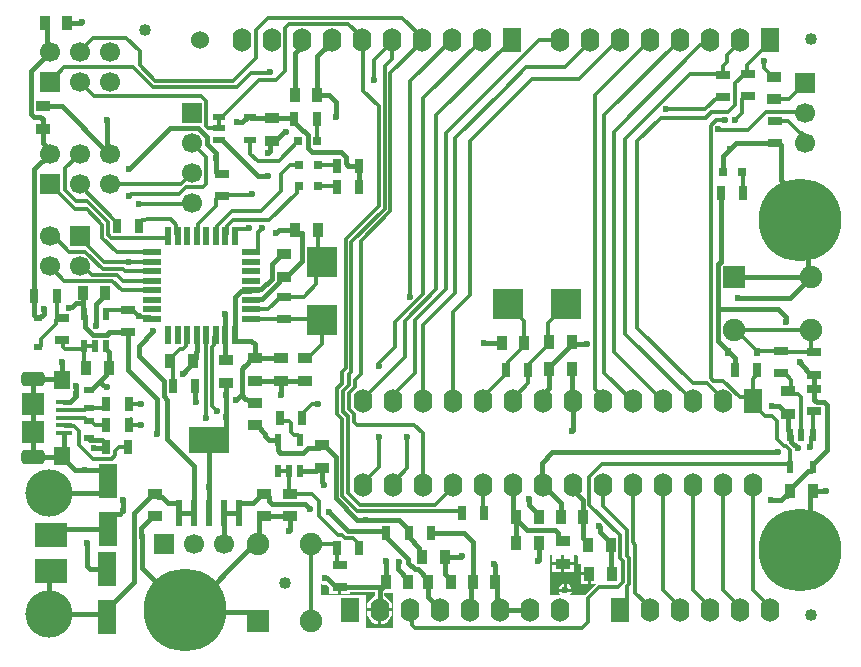
<source format=gtl>
G04*
G04 #@! TF.GenerationSoftware,Altium Limited,Altium Designer,20.0.13 (296)*
G04*
G04 Layer_Physical_Order=1*
G04 Layer_Color=255*
%FSLAX44Y44*%
%MOMM*%
G71*
G01*
G75*
%ADD13R,1.6000X3.0000*%
%ADD14R,1.1000X0.6000*%
%ADD15R,0.6000X1.1000*%
%ADD16R,2.6000X2.5000*%
%ADD17R,2.5000X2.6000*%
%ADD18R,1.3500X0.4000*%
%ADD19R,1.4000X1.6000*%
%ADD20R,1.9000X1.9000*%
%ADD21R,2.7000X2.0000*%
%ADD22R,0.5500X1.5000*%
%ADD23R,1.5000X0.5500*%
%ADD24R,0.5588X0.6858*%
%ADD25R,0.6858X0.5588*%
%ADD26R,0.8000X0.8000*%
%ADD27R,1.3000X0.7000*%
%ADD28R,0.7000X1.3000*%
%ADD29R,0.9000X0.6000*%
%ADD30R,1.3000X0.9000*%
%ADD31R,0.9000X1.3000*%
%ADD32R,3.5000X2.2000*%
%ADD33R,0.6000X2.2000*%
%ADD62C,1.9000*%
%ADD63R,1.9000X1.9000*%
%ADD67C,1.0160*%
%ADD68C,0.3000*%
%ADD69C,0.4000*%
%ADD70C,1.5240*%
%ADD71C,7.0000*%
%ADD72R,1.6000X2.0000*%
%ADD73O,1.6000X2.0000*%
%ADD74C,4.0000*%
G04:AMPARAMS|DCode=75|XSize=2mm|YSize=1.2mm|CornerRadius=0.3mm|HoleSize=0mm|Usage=FLASHONLY|Rotation=0.000|XOffset=0mm|YOffset=0mm|HoleType=Round|Shape=RoundedRectangle|*
%AMROUNDEDRECTD75*
21,1,2.0000,0.6000,0,0,0.0*
21,1,1.4000,1.2000,0,0,0.0*
1,1,0.6000,0.7000,-0.3000*
1,1,0.6000,-0.7000,-0.3000*
1,1,0.6000,-0.7000,0.3000*
1,1,0.6000,0.7000,0.3000*
%
%ADD75ROUNDEDRECTD75*%
%ADD76C,1.7000*%
%ADD77R,1.7000X1.7000*%
%ADD78R,1.7000X1.7000*%
%ADD79C,0.6000*%
G36*
X255006Y48006D02*
X256838Y46781D01*
X259000Y46351D01*
X260152Y46581D01*
X261960Y44772D01*
Y38460D01*
X269730D01*
Y44500D01*
X272270D01*
Y38460D01*
X280040D01*
Y40422D01*
X300722D01*
Y37119D01*
X299485Y36607D01*
X297283Y34917D01*
X295593Y32715D01*
X294531Y30152D01*
X294169Y27400D01*
Y26670D01*
X304800D01*
X315431D01*
Y27400D01*
X315069Y30152D01*
X314007Y32715D01*
X312317Y34917D01*
X310116Y36607D01*
X308878Y37119D01*
Y39960D01*
X316000D01*
Y10000D01*
X293000D01*
Y38000D01*
X255000D01*
Y48015D01*
X255006Y48006D01*
D02*
G37*
G36*
X473000Y71000D02*
Y64000D01*
X475460D01*
Y57270D01*
X482500D01*
Y56000D01*
X483770D01*
Y46960D01*
X487913D01*
X478953Y38000D01*
X465985D01*
X465994Y38006D01*
X467219Y39838D01*
X467396Y40730D01*
X456604D01*
X456781Y39838D01*
X458006Y38006D01*
X458015Y38000D01*
X449000D01*
Y72000D01*
X472000D01*
X473000Y71000D01*
D02*
G37*
%LPC*%
G36*
X315431Y24130D02*
X306070D01*
Y12936D01*
X307551Y13131D01*
X310116Y14193D01*
X312317Y15883D01*
X314007Y18084D01*
X315069Y20649D01*
X315431Y23400D01*
Y24130D01*
D02*
G37*
G36*
X303530D02*
X294169D01*
Y23400D01*
X294531Y20649D01*
X295593Y18084D01*
X297283Y15883D01*
X299485Y14193D01*
X302048Y13131D01*
X303530Y12936D01*
Y24130D01*
D02*
G37*
G36*
X469040Y71540D02*
X461270D01*
Y65770D01*
X469040D01*
Y71540D01*
D02*
G37*
G36*
X458730D02*
X450960D01*
Y65770D01*
X458730D01*
Y71540D01*
D02*
G37*
G36*
X469040Y63230D02*
X461270D01*
Y57460D01*
X469040D01*
Y63230D01*
D02*
G37*
G36*
X458730D02*
X450960D01*
Y57460D01*
X458730D01*
Y63230D01*
D02*
G37*
G36*
X481230Y54730D02*
X475460D01*
Y46960D01*
X481230D01*
Y54730D01*
D02*
G37*
G36*
X463270Y47396D02*
Y43270D01*
X467396D01*
X467219Y44162D01*
X465994Y45994D01*
X464162Y47218D01*
X463270Y47396D01*
D02*
G37*
G36*
X460730D02*
X459838Y47218D01*
X458006Y45994D01*
X456781Y44162D01*
X456604Y43270D01*
X460730D01*
Y47396D01*
D02*
G37*
%LPD*%
D13*
X74000Y60000D02*
D03*
Y19000D02*
D03*
X75000Y134500D02*
D03*
Y93500D02*
D03*
D14*
X168500Y442500D02*
D03*
Y433000D02*
D03*
Y423500D02*
D03*
X195500Y442500D02*
D03*
Y423500D02*
D03*
D15*
X671500Y173500D02*
D03*
X662000D02*
D03*
X652500D02*
D03*
X671500Y146500D02*
D03*
X652500D02*
D03*
X218500Y142500D02*
D03*
X228000D02*
D03*
X237500D02*
D03*
X218500Y169500D02*
D03*
X237500D02*
D03*
X54500Y248500D02*
D03*
X64000D02*
D03*
X73500D02*
D03*
X54500Y275500D02*
D03*
X73500D02*
D03*
D16*
X256000Y319500D02*
D03*
Y270500D02*
D03*
D17*
X413500Y284000D02*
D03*
X462500D02*
D03*
D18*
X38000Y201000D02*
D03*
Y194500D02*
D03*
Y188000D02*
D03*
Y181500D02*
D03*
Y175000D02*
D03*
D19*
X35750Y220000D02*
D03*
Y156000D02*
D03*
D20*
X11250Y200000D02*
D03*
Y176000D02*
D03*
X202000Y16000D02*
D03*
D21*
X27000Y89000D02*
D03*
Y58000D02*
D03*
D22*
X182000Y258000D02*
D03*
X174000D02*
D03*
X166000D02*
D03*
X158000D02*
D03*
X150000D02*
D03*
X142000D02*
D03*
X134000D02*
D03*
X126000D02*
D03*
Y342000D02*
D03*
X134000D02*
D03*
X142000D02*
D03*
X150000D02*
D03*
X158000D02*
D03*
X166000D02*
D03*
X174000D02*
D03*
X182000D02*
D03*
D23*
X112000Y272000D02*
D03*
Y280000D02*
D03*
Y288000D02*
D03*
Y296000D02*
D03*
Y304000D02*
D03*
Y312000D02*
D03*
Y320000D02*
D03*
Y328000D02*
D03*
X196000D02*
D03*
Y320000D02*
D03*
Y312000D02*
D03*
Y304000D02*
D03*
Y296000D02*
D03*
Y288000D02*
D03*
Y280000D02*
D03*
Y272000D02*
D03*
D24*
X599808Y244000D02*
D03*
X624192D02*
D03*
D25*
X16000Y272192D02*
D03*
Y247808D02*
D03*
D26*
X237000Y402000D02*
D03*
X253000D02*
D03*
X237000Y384000D02*
D03*
X253000D02*
D03*
X236000Y422000D02*
D03*
X252000D02*
D03*
X596000Y396000D02*
D03*
X612000D02*
D03*
D27*
X171000Y394500D02*
D03*
Y375500D02*
D03*
X92000Y260500D02*
D03*
Y279500D02*
D03*
X224000Y290500D02*
D03*
Y271500D02*
D03*
X617000Y479000D02*
D03*
Y460000D02*
D03*
X596000Y459500D02*
D03*
Y478500D02*
D03*
X640000Y439500D02*
D03*
Y420500D02*
D03*
X673000Y193500D02*
D03*
Y212500D02*
D03*
Y224500D02*
D03*
Y243500D02*
D03*
X271000Y63500D02*
D03*
Y44500D02*
D03*
X645000Y225500D02*
D03*
Y244500D02*
D03*
X36000Y272500D02*
D03*
Y253500D02*
D03*
D28*
X268500Y401000D02*
D03*
X287500D02*
D03*
Y383000D02*
D03*
X268500D02*
D03*
X129500Y215000D02*
D03*
X148500D02*
D03*
X101500Y350000D02*
D03*
X82500D02*
D03*
X73000Y163000D02*
D03*
X92000D02*
D03*
X73500Y200000D02*
D03*
X92500D02*
D03*
Y182000D02*
D03*
X73500D02*
D03*
X348500Y90000D02*
D03*
X329500D02*
D03*
X310500D02*
D03*
X329500D02*
D03*
X393500Y107000D02*
D03*
X374500D02*
D03*
X605500Y228000D02*
D03*
X624500D02*
D03*
X411500D02*
D03*
X430500D02*
D03*
X232500Y441000D02*
D03*
X251500D02*
D03*
X612500Y378000D02*
D03*
X593500D02*
D03*
X12500Y291000D02*
D03*
X31500D02*
D03*
X268500Y78000D02*
D03*
X287500D02*
D03*
X239500Y188000D02*
D03*
X220500D02*
D03*
D29*
X59000Y185500D02*
D03*
Y170500D02*
D03*
Y196500D02*
D03*
Y211500D02*
D03*
D30*
X221000Y219500D02*
D03*
Y238500D02*
D03*
X199000Y219500D02*
D03*
Y238500D02*
D03*
X224000Y307500D02*
D03*
Y326500D02*
D03*
X175000Y217500D02*
D03*
Y236500D02*
D03*
X20000Y451500D02*
D03*
Y432500D02*
D03*
X242000Y219500D02*
D03*
Y238500D02*
D03*
X639000Y476500D02*
D03*
Y457500D02*
D03*
X207000Y104500D02*
D03*
Y123500D02*
D03*
X115000Y104500D02*
D03*
Y123500D02*
D03*
X214000Y422500D02*
D03*
Y441500D02*
D03*
X256000Y145500D02*
D03*
Y164500D02*
D03*
X651000Y191500D02*
D03*
Y210500D02*
D03*
X229000Y104500D02*
D03*
Y123500D02*
D03*
X199000Y181500D02*
D03*
Y200500D02*
D03*
X460000Y64500D02*
D03*
Y83500D02*
D03*
D31*
X146500Y236000D02*
D03*
X127500D02*
D03*
X233500Y347000D02*
D03*
X252500D02*
D03*
X40500Y522000D02*
D03*
X21500D02*
D03*
X252000Y461000D02*
D03*
X233000D02*
D03*
X448500Y229000D02*
D03*
X467500D02*
D03*
X481500Y80000D02*
D03*
X500500D02*
D03*
X402500Y49000D02*
D03*
X383500D02*
D03*
X329000D02*
D03*
X310000D02*
D03*
X365000D02*
D03*
X346000D02*
D03*
X360000Y70000D02*
D03*
X341000D02*
D03*
X439500Y82000D02*
D03*
X420500D02*
D03*
X439500Y104000D02*
D03*
X420500D02*
D03*
X477000D02*
D03*
X458000D02*
D03*
X467500Y252000D02*
D03*
X448500D02*
D03*
X408500Y251000D02*
D03*
X427500D02*
D03*
X671500Y126000D02*
D03*
X652500D02*
D03*
X72500Y294000D02*
D03*
X53500D02*
D03*
X75500Y230000D02*
D03*
X56500D02*
D03*
X482500Y56000D02*
D03*
X501500D02*
D03*
D32*
X160000Y169000D02*
D03*
D33*
X185400Y107000D02*
D03*
X172700D02*
D03*
X160000D02*
D03*
X147300D02*
D03*
X134600D02*
D03*
D62*
X670000Y307000D02*
D03*
Y262000D02*
D03*
X605000D02*
D03*
X202000Y81000D02*
D03*
X247000D02*
D03*
Y16000D02*
D03*
D63*
X605000Y307000D02*
D03*
D67*
X106000Y516000D02*
D03*
X670000Y509000D02*
D03*
Y21000D02*
D03*
X225000Y48000D02*
D03*
D68*
X507000Y508000D02*
X508000D01*
X474000Y475000D02*
X507000Y508000D01*
X434000Y475000D02*
X474000D01*
X409000Y465000D02*
X429000Y485000D01*
X461600D02*
X482600Y506000D01*
X429000Y485000D02*
X461600D01*
X478561Y503961D02*
X482600Y508000D01*
X381000Y422000D02*
X434000Y475000D01*
X381000Y292000D02*
Y422000D01*
X482600Y506000D02*
Y508000D01*
X409000Y465000D02*
Y465000D01*
X369000Y425000D02*
X409000Y465000D01*
X369000Y294000D02*
Y425000D01*
X547000Y449000D02*
X580736D01*
X523000Y422000D02*
X543000Y442000D01*
X580807D01*
X585404Y446596D01*
X580736Y449000D02*
X591236Y459500D01*
X591500Y432500D02*
X592500Y431500D01*
X585000Y221251D02*
Y435192D01*
Y221251D02*
X586757Y219494D01*
X585000Y435192D02*
X589808Y440000D01*
X586757Y219494D02*
X595950D01*
X589808Y440000D02*
X597000D01*
X595950Y219494D02*
X610000Y205443D01*
X592500Y431500D02*
X617050D01*
X585404Y446596D02*
X599596D01*
X606000Y453000D01*
Y471000D01*
X614000Y479000D02*
X617000D01*
X606000Y471000D02*
X614000Y479000D01*
X523000Y264000D02*
Y422000D01*
Y264000D02*
X570000Y217000D01*
X595250Y201930D02*
Y203930D01*
X582180Y217000D02*
X595250Y203930D01*
X570000Y217000D02*
X582180D01*
X567808Y479000D02*
X595500D01*
X513000Y424192D02*
X567808Y479000D01*
X513000Y259000D02*
Y424192D01*
X569850Y201930D02*
Y202150D01*
X513000Y259000D02*
X569850Y202150D01*
X503000Y430000D02*
X576513Y503513D01*
X579713D02*
X584200Y508000D01*
X576513Y503513D02*
X579713D01*
X503000Y243380D02*
Y430000D01*
X595500Y479000D02*
X596000Y478500D01*
X503000Y243380D02*
X544450Y201930D01*
X495000Y225980D02*
X519050Y201930D01*
X495000Y444200D02*
X558800Y508000D01*
X495000Y225980D02*
Y444200D01*
X558800Y508000D02*
Y508000D01*
X487000Y461600D02*
X533400Y508000D01*
X493650Y201930D02*
Y205537D01*
X487000Y212187D02*
X493650Y205537D01*
X487000Y212187D02*
Y461600D01*
X366650Y277650D02*
X381000Y292000D01*
X341250Y266250D02*
X369000Y294000D01*
X361000Y297000D02*
Y429000D01*
X440000Y508000D01*
X457200D01*
X335000Y271000D02*
X361000Y297000D01*
X326000Y269858D02*
X353000Y296858D01*
Y444440D02*
X416560Y508000D01*
X353000Y296858D02*
Y444440D01*
X318000Y268929D02*
X342000Y292929D01*
Y458840D02*
X391160Y508000D01*
X342000Y292929D02*
Y458840D01*
X330439Y472679D02*
X365760Y508000D01*
X330439Y290561D02*
X330439Y290561D01*
Y472679D01*
X153510Y460440D02*
X158000Y455950D01*
Y434757D02*
Y455950D01*
X50800Y472440D02*
X62800Y460440D01*
X158000Y434757D02*
X159757Y433000D01*
X62800Y460440D02*
X153510D01*
X159757Y433000D02*
X168500D01*
X146000Y420600D02*
X158000Y408600D01*
Y386000D02*
Y408600D01*
X482500Y114450D02*
X508500Y88450D01*
X482150Y124207D02*
X482500Y123857D01*
Y114450D02*
Y123857D01*
X482150Y124207D02*
Y137733D01*
X493417Y149000D01*
X50000Y164757D02*
X61757Y153000D01*
X50000Y164757D02*
Y176700D01*
X61757Y153000D02*
X77950D01*
X45700Y181000D02*
X50000Y176700D01*
X195500Y411500D02*
Y423500D01*
Y411500D02*
X201500Y405500D01*
X219500D02*
X236000Y422000D01*
X201500Y405500D02*
X219500D01*
X205000Y348188D02*
Y349000D01*
X183250Y348000D02*
X192188D01*
X193188Y349000D01*
X194000D01*
X61757Y509757D02*
X71147D01*
X25400Y472440D02*
X37960Y485000D01*
X71147Y509757D02*
X71229Y509840D01*
X50800Y498800D02*
X61757Y509757D01*
X37960Y485000D02*
X96000D01*
X50800Y497840D02*
Y498800D01*
X71229Y509840D02*
X90160D01*
X101840Y498160D01*
X31000Y270500D02*
X33000Y272500D01*
X16635Y247808D02*
X17929Y249102D01*
X33000Y272500D02*
X33500D01*
X17929Y249102D02*
Y254429D01*
X16000Y247808D02*
X16635D01*
X31000Y267500D02*
Y270500D01*
X17929Y254429D02*
X31000Y267500D01*
X641000Y170000D02*
X647000Y164000D01*
X652500Y147500D02*
Y149000D01*
X647000Y164000D02*
X649000D01*
X652500Y160500D01*
Y149000D02*
Y160500D01*
X636689Y189119D02*
X641000Y184808D01*
Y170000D02*
Y184808D01*
X631461Y189119D02*
X636689D01*
X620650Y199930D02*
X631461Y189119D01*
X606827Y262000D02*
X670000D01*
X239500Y188000D02*
Y191000D01*
X247926Y199426D01*
X252426D01*
X253000Y200000D01*
X670000Y164522D02*
Y172000D01*
X669357Y163879D02*
X670000Y164522D01*
X669357Y163067D02*
Y163879D01*
X670000Y172000D02*
X671500Y173500D01*
Y192000D01*
X605000Y262000D02*
X606827D01*
X25400Y316598D02*
X37998Y304000D01*
X78450D01*
X247000Y16000D02*
Y81000D01*
X268950Y191024D02*
Y212836D01*
X273000Y227000D02*
X276000Y230000D01*
X268950Y191024D02*
X273000Y186975D01*
Y122000D02*
Y186975D01*
X268950Y212836D02*
X273000Y216886D01*
Y122000D02*
X286000Y109000D01*
X273950Y193095D02*
X278000Y189046D01*
X273000Y216886D02*
Y227000D01*
X278950Y195167D02*
X283000Y191117D01*
Y184757D02*
X285757Y182000D01*
X273950Y210765D02*
X279000Y215814D01*
X278000Y124071D02*
X288071Y114000D01*
X278950Y208693D02*
X284000Y213743D01*
X278000Y124071D02*
Y189046D01*
X273950Y193095D02*
Y210765D01*
X283000Y184757D02*
Y191117D01*
X278950Y195167D02*
Y208693D01*
X279000Y215814D02*
Y225000D01*
X281000Y227000D01*
X285757Y182000D02*
X334000D01*
X284000Y220000D02*
X289000Y225000D01*
X284000Y213743D02*
Y220000D01*
X286000Y109000D02*
X372500D01*
X288071Y114000D02*
X351680D01*
X372500Y109000D02*
X374500Y107000D01*
X366650Y128970D02*
Y130970D01*
X315000Y492000D02*
Y506000D01*
Y507960D01*
X351680Y114000D02*
X366650Y128970D01*
X273222Y89000D02*
X275722Y86500D01*
X282000D01*
X287500Y81000D01*
X269565Y89000D02*
X273222D01*
X253891Y104674D02*
X269565Y89000D01*
X71440Y320000D02*
X112000D01*
X94000Y377000D02*
X134726D01*
X93000Y376000D02*
X94000Y377000D01*
X134726D02*
X140726Y383000D01*
X155000D02*
X158000Y386000D01*
X140726Y383000D02*
X155000D01*
X95000Y279500D02*
X100744Y273756D01*
X145200Y369000D02*
X146000Y369800D01*
X101000Y369000D02*
X145200D01*
X229000Y402000D02*
X237000D01*
X221000Y394000D02*
X229000Y402000D01*
X204000Y363000D02*
X221000Y380000D01*
Y394000D01*
X178000Y361000D02*
X180000Y363000D01*
X204000D01*
X166000Y342000D02*
X167250Y343250D01*
Y350450D01*
X177800Y361000D01*
X178000D01*
X168000Y375500D02*
X171000D01*
X166000Y373500D02*
X168000Y375500D01*
X166000Y367000D02*
Y373500D01*
X151250Y352250D02*
X166000Y367000D01*
X150000Y342000D02*
X151250Y343250D01*
Y352250D01*
X234500Y381500D02*
X237000Y384000D01*
X234500Y378500D02*
Y381500D01*
X211500Y355500D02*
X234500Y378500D01*
X180300Y355500D02*
X211500D01*
X175250Y350450D02*
X180300Y355500D01*
X174000Y342000D02*
X175250Y343250D01*
Y350450D01*
X196426Y376426D02*
X197000Y377000D01*
X171926Y376426D02*
X196426D01*
X202000Y345188D02*
X205000Y348188D01*
X135500Y246000D02*
X138243D01*
X140750Y256750D02*
X142000Y258000D01*
X140750Y248507D02*
Y256750D01*
X138243Y246000D02*
X140750Y248507D01*
X127500Y236000D02*
Y238000D01*
X135500Y246000D01*
X127500Y236000D02*
X129500Y234000D01*
Y215000D02*
Y234000D01*
X80975Y159975D02*
X84000Y163000D01*
X92000D01*
X80975Y156025D02*
Y159975D01*
X77950Y153000D02*
X80975Y156025D01*
X38000Y181500D02*
X38500Y181000D01*
X45700D01*
X392050Y130970D02*
X392775Y130245D01*
Y107725D02*
Y130245D01*
Y107725D02*
X393500Y107000D01*
X247500Y123500D02*
X253891Y117109D01*
Y104674D02*
Y117109D01*
X247000Y81000D02*
X266500D01*
X268500Y79000D01*
Y78000D02*
Y79000D01*
Y65500D02*
Y78000D01*
Y65500D02*
X270500Y63500D01*
X271000D01*
X228000Y124500D02*
Y142500D01*
Y124500D02*
X229000Y123500D01*
X218500Y142500D02*
X228000D01*
X287500Y78000D02*
Y81000D01*
X229000Y123500D02*
X247500D01*
X92000Y279500D02*
X95000D01*
X101250Y273250D02*
X110750D01*
X112000Y272000D01*
X73500Y275500D02*
Y278000D01*
X75000Y279500D01*
X92000D01*
X54500Y247500D02*
Y248500D01*
Y232000D02*
Y247500D01*
Y232000D02*
X56500Y230000D01*
X54500Y248500D02*
X64000D01*
X37000Y247757D02*
Y252500D01*
X53000Y246000D02*
X54500Y247500D01*
X38757Y246000D02*
X53000D01*
X37000Y247757D02*
X38757Y246000D01*
X36000Y253500D02*
X37000Y252500D01*
X33500Y272500D02*
X36000D01*
X31500Y274500D02*
Y291000D01*
Y274500D02*
X33500Y272500D01*
X158000Y187500D02*
Y258000D01*
X163000Y198000D02*
Y247800D01*
Y198000D02*
X167000Y194000D01*
X164750Y256750D02*
X166000Y258000D01*
X164750Y249550D02*
Y256750D01*
X163000Y247800D02*
X164750Y249550D01*
X92500Y182000D02*
X103000D01*
X92500Y200000D02*
X103000D01*
X92500D02*
X93500Y199000D01*
X92500Y182000D02*
Y185000D01*
X94500Y187000D01*
X59000Y185500D02*
X60500D01*
X64000Y182000D01*
X73500D01*
X59000Y196500D02*
X71500D01*
X73500Y198500D01*
Y200000D01*
X38000Y188000D02*
X55000D01*
X57500Y185500D01*
X59000D01*
X38000Y194500D02*
X55500D01*
X57500Y196500D01*
X59000D01*
X230000Y175757D02*
Y183243D01*
X236000Y173500D02*
X237500Y172000D01*
X232257Y173500D02*
X236000D01*
X230000Y175757D02*
X232257Y173500D01*
X222500Y185000D02*
X228243D01*
X230000Y183243D01*
X220500Y187000D02*
Y188000D01*
Y187000D02*
X222500Y185000D01*
X237500Y169500D02*
Y172000D01*
X256000Y250500D02*
Y270500D01*
X244000Y238500D02*
X256000Y250500D01*
X242000Y238500D02*
X244000D01*
X252500Y323000D02*
Y347000D01*
Y323000D02*
X256000Y319500D01*
X223750Y271750D02*
X224000Y271500D01*
X196250Y271750D02*
X223750D01*
X196000Y272000D02*
X196250Y271750D01*
X255000Y271500D02*
X256000Y270500D01*
X224000Y271500D02*
X255000D01*
X196000Y280000D02*
X196000Y280000D01*
X221000Y290500D02*
X224000D01*
X210500Y280000D02*
X221000Y290500D01*
X196000Y280000D02*
X210500D01*
X224000Y290500D02*
X240500D01*
X251000Y301000D01*
Y314500D02*
X256000Y319500D01*
X251000Y301000D02*
Y314500D01*
X253000Y402000D02*
X267500D01*
X268500Y401000D01*
X253000Y384000D02*
X267500D01*
X268500Y383000D01*
X251500Y441000D02*
X251750Y440750D01*
Y422250D02*
Y440750D01*
Y422250D02*
X252000Y422000D01*
X82479Y328000D02*
X112000D01*
X70000Y340479D02*
X82479Y328000D01*
X70000Y340479D02*
Y351358D01*
X56679Y364679D02*
X70000Y351358D01*
X46801Y364679D02*
X56679D01*
X25400Y386080D02*
X46801Y364679D01*
X48195Y371715D02*
X56715D01*
X75000Y353429D01*
X38800Y381109D02*
X48195Y371715D01*
X132750Y343250D02*
Y351250D01*
X128000Y356000D02*
X132750Y351250D01*
X107500Y356000D02*
X128000D01*
X101500Y350000D02*
Y353000D01*
X103500Y355000D01*
X106500D01*
X107500Y356000D01*
X75000Y343000D02*
X75500Y342500D01*
Y342050D02*
X77550Y340000D01*
X125750D01*
X126000Y340250D01*
X75500Y342050D02*
Y342500D01*
X75000Y343000D02*
Y353429D01*
X38800Y399480D02*
X50800Y411480D01*
X38800Y381109D02*
Y399480D01*
X50800Y384700D02*
Y386080D01*
Y384700D02*
X82500Y353000D01*
Y350000D02*
Y353000D01*
X126000Y340250D02*
Y342000D01*
X52720Y338720D02*
X71440Y320000D01*
X53988Y316598D02*
X61586Y309000D01*
X82218D02*
X87218Y304000D01*
X89184Y312000D02*
X112000D01*
X78450Y304000D02*
X86450Y296000D01*
X61586Y309000D02*
X82218D01*
X87218Y304000D02*
X112000D01*
X87184Y314000D02*
X89184Y312000D01*
X86450Y296000D02*
X112000D01*
X55771Y328598D02*
X70369Y314000D01*
X87184D01*
X50800Y316598D02*
X53988D01*
X25400Y341998D02*
X28850D01*
X42250Y328598D02*
X55771D01*
X28850Y341998D02*
X42250Y328598D01*
X50800Y386080D02*
X53479Y383401D01*
X132750Y343250D02*
X134000Y342000D01*
X76200Y386080D02*
X136735D01*
X145855Y395200D01*
X146000D01*
X228500Y521500D02*
X278060D01*
X224860Y517860D02*
X228500Y521500D01*
X289560Y508000D02*
Y510000D01*
X278060Y521500D02*
X289560Y510000D01*
X224860Y481860D02*
Y517860D01*
X217000Y474000D02*
X224860Y481860D01*
X168500Y442500D02*
X171000D01*
X202500Y474000D01*
X217000D01*
X196000Y480000D02*
X211500D01*
X113000Y468000D02*
X184000D01*
X196000Y480000D01*
X168500Y433000D02*
Y442500D01*
X211500Y480000D02*
X212000Y480500D01*
X101840Y486231D02*
X115071Y473000D01*
X181000D02*
X200500Y492500D01*
X115071Y473000D02*
X181000D01*
X101840Y486231D02*
Y498160D01*
X96000Y485000D02*
X113000Y468000D01*
X300000Y491040D02*
X314960Y506000D01*
X300000Y474000D02*
Y491040D01*
X340360Y506360D02*
Y510000D01*
X200500Y516500D02*
X210500Y526500D01*
X323860D01*
X340360Y510000D01*
X200500Y492500D02*
Y516500D01*
X430500Y216980D02*
Y228000D01*
X417450Y203930D02*
X430500Y216980D01*
X417450Y201930D02*
Y203930D01*
X448500Y250000D02*
Y252000D01*
X432500Y234000D02*
X448500Y250000D01*
X432500Y230000D02*
Y234000D01*
X430500Y228000D02*
X432500Y230000D01*
X447000Y253500D02*
X448500Y252000D01*
X462500Y283500D02*
Y284000D01*
X447000Y268000D02*
X462500Y283500D01*
X447000Y253500D02*
Y268000D01*
X411500Y225000D02*
Y228000D01*
X392050Y205550D02*
X411500Y225000D01*
X392050Y201930D02*
Y205550D01*
X427500Y249000D02*
Y251000D01*
X413500Y235000D02*
X427500Y249000D01*
X413500Y230000D02*
Y235000D01*
X411500Y228000D02*
X413500Y230000D01*
X427000Y251500D02*
X427500Y251000D01*
X413500Y283500D02*
Y284000D01*
Y283500D02*
X427000Y270000D01*
Y251500D02*
Y270000D01*
X653500Y208000D02*
X659243D01*
X662000Y173500D02*
Y205243D01*
X659243Y208000D02*
X662000Y205243D01*
X651000Y210500D02*
X653500Y208000D01*
X651000Y210500D02*
X653500Y213000D01*
Y220000D01*
X645000Y225500D02*
X648000D01*
X653500Y220000D01*
X645500Y244000D02*
X671500D01*
X672000Y243500D01*
X670000Y245500D02*
X671500Y244000D01*
X672000Y243500D02*
X673000D01*
X670000Y245500D02*
Y262000D01*
X645000Y244500D02*
X645500Y244000D01*
X624192D02*
X624442Y244250D01*
X644750D01*
X645000Y244500D01*
X606827Y262000D02*
X624192Y244635D01*
Y244000D02*
Y244635D01*
X617137Y205443D02*
X620650Y201930D01*
X610000Y205443D02*
X617137D01*
X620650Y221150D02*
X624500Y225000D01*
Y228000D01*
X612000Y396000D02*
X612250Y395750D01*
Y378250D02*
Y395750D01*
Y378250D02*
X612500Y378000D01*
X651000Y439000D02*
X661000Y429000D01*
X662321Y423279D02*
X665000Y420600D01*
X662321Y423279D02*
Y428679D01*
X662000Y429000D02*
X662321Y428679D01*
X661000Y429000D02*
X662000D01*
X665000Y420600D02*
Y424388D01*
X640000Y439500D02*
X640500Y439000D01*
X651000D01*
X639000Y457500D02*
X651100D01*
X665000Y471400D01*
X591236Y459500D02*
X596000D01*
X617050Y431500D02*
X632050Y446500D01*
X620650Y201930D02*
Y221150D01*
Y199930D02*
Y201930D01*
X651000Y149000D02*
X652500Y147500D01*
X493417Y149000D02*
X651000D01*
X508500Y69393D02*
Y88450D01*
Y69393D02*
X511000Y66894D01*
Y49000D02*
Y66894D01*
X493650Y113350D02*
Y130970D01*
X519050Y82357D02*
Y130970D01*
X514000Y70964D02*
Y93000D01*
X493650Y113350D02*
X514000Y93000D01*
X519050Y82357D02*
X521000Y80407D01*
Y39800D02*
Y80407D01*
X514000Y70964D02*
X516000Y68965D01*
Y46929D02*
Y68965D01*
X514500Y31900D02*
Y45429D01*
X508000Y25400D02*
X514500Y31900D01*
Y45429D02*
X516000Y46929D01*
X521000Y39800D02*
X533400Y27400D01*
X490500Y44500D02*
X506500D01*
X481000Y35000D02*
X490500Y44500D01*
X506500D02*
X511000Y49000D01*
X481000Y15000D02*
Y35000D01*
X335000Y10000D02*
X476000D01*
X481000Y15000D01*
X330200Y25400D02*
X332687Y22913D01*
Y12313D02*
Y22913D01*
Y12313D02*
X335000Y10000D01*
X630000Y484500D02*
X638500Y476000D01*
X196000Y328000D02*
X200750D01*
X202000Y329250D01*
Y345188D01*
X606000Y439875D02*
Y440000D01*
X612000Y446000D01*
X182000Y342000D02*
Y346750D01*
X183250Y348000D01*
X612000Y446000D02*
Y458000D01*
X614000Y460000D02*
X617000D01*
X632050Y446500D02*
X664500D01*
X612000Y458000D02*
X614000Y460000D01*
X171000Y375500D02*
X171926Y376426D01*
X664500Y446500D02*
X665000Y446000D01*
X630000Y484500D02*
Y490000D01*
X620650Y41750D02*
Y130970D01*
Y41750D02*
X635000Y27400D01*
Y25400D02*
Y27400D01*
X595250Y41750D02*
Y130970D01*
Y41750D02*
X609600Y27400D01*
Y25400D02*
Y27400D01*
X569850Y41750D02*
Y130970D01*
Y41750D02*
X584200Y27400D01*
Y25400D02*
Y27400D01*
X544450Y41750D02*
Y130970D01*
Y41750D02*
X558800Y27400D01*
Y25400D02*
Y27400D01*
X533400Y25400D02*
Y27400D01*
X671500Y192000D02*
X673000Y193500D01*
X638500Y476000D02*
X639000Y476500D01*
X315850Y130970D02*
Y132970D01*
X328000Y145120D01*
Y172000D01*
X326000Y239480D02*
Y269858D01*
X335000Y226000D02*
Y271000D01*
X318000Y248000D02*
Y268929D01*
X315850Y206850D02*
X335000Y226000D01*
X341250Y201930D02*
Y266250D01*
X290450Y203930D02*
X326000Y239480D01*
X304000Y234000D02*
X318000Y248000D01*
X366650Y201930D02*
Y277650D01*
X304000Y232000D02*
Y234000D01*
X290450Y130970D02*
Y132970D01*
X304000Y146520D01*
Y172000D01*
X290450Y201930D02*
Y203930D01*
X289000Y225000D02*
Y337858D01*
X341250Y130970D02*
Y174750D01*
X334000Y182000D02*
X341250Y174750D01*
X314000Y480000D02*
X340360Y506360D01*
X309000Y364929D02*
Y486000D01*
X315000Y492000D01*
X314000Y362858D02*
Y480000D01*
X289000Y337858D02*
X314000Y362858D01*
X314960Y508000D02*
X315000Y507960D01*
X281000Y336929D02*
X309000Y364929D01*
X281000Y227000D02*
Y336929D01*
X276000Y230000D02*
Y339000D01*
X304000Y367000D01*
Y452000D01*
X289560Y508000D02*
X291000Y506560D01*
Y465000D02*
Y506560D01*
Y465000D02*
X304000Y452000D01*
X315850Y201930D02*
Y206850D01*
X635000Y506000D02*
Y508000D01*
X616000Y487000D02*
X635000Y506000D01*
X616000Y481000D02*
Y487000D01*
X615243Y480757D02*
X617000Y479000D01*
X615243Y480757D02*
X615757D01*
X616000Y481000D01*
X609600Y506000D02*
Y508000D01*
X599000Y495400D02*
X609600Y506000D01*
X599000Y489000D02*
Y495400D01*
X596000Y478500D02*
Y486000D01*
X599000Y489000D01*
D69*
X268000Y443000D02*
Y455000D01*
X596000Y410000D02*
X601250Y415250D01*
X596000Y396000D02*
Y410000D01*
X469500Y250000D02*
X480500D01*
X88000Y109000D02*
Y118000D01*
X166000Y408000D02*
Y411843D01*
Y407000D02*
Y408000D01*
Y407000D02*
X166500Y406500D01*
X158510Y419333D02*
X166000Y411843D01*
X93000Y399000D02*
X127100Y433100D01*
X151178D01*
X158510Y425767D01*
Y419333D02*
Y425767D01*
X36180Y451500D02*
X74383Y413297D01*
Y439617D01*
X25000Y124000D02*
X69000D01*
X75000Y134500D02*
Y138000D01*
Y130000D02*
Y134500D01*
X69000Y124000D02*
X75000Y130000D01*
X310025Y48210D02*
Y67025D01*
X320429Y59571D02*
Y65429D01*
X321000Y66000D01*
X34750Y221000D02*
X36000Y222250D01*
X310025Y67025D02*
X310050Y67050D01*
X310025Y48210D02*
X310617Y47617D01*
X81000Y106500D02*
X84959D01*
X601250Y415250D02*
X606500Y420500D01*
X346000Y49000D02*
Y51000D01*
X310500Y87000D02*
X329132Y68368D01*
Y65211D02*
Y68368D01*
Y65211D02*
X334843Y59500D01*
X346000Y36500D02*
Y49000D01*
X477000Y104000D02*
Y117921D01*
X468250Y126671D02*
X477000Y117921D01*
X468250Y126671D02*
Y130970D01*
X667130Y309870D02*
X670000Y307000D01*
X667130Y309870D02*
Y348870D01*
X660400Y355600D02*
X667130Y348870D01*
X55000Y144000D02*
X69000D01*
X46750D02*
X55000D01*
X72000Y162000D02*
X73000Y163000D01*
X63000Y162000D02*
X72000D01*
X35750Y155000D02*
X46750Y144000D01*
X69000D02*
X75000Y138000D01*
X35750Y155000D02*
Y156000D01*
X104000Y61100D02*
X139700Y25400D01*
X104000Y61100D02*
Y88000D01*
X139700Y25400D02*
X143050D01*
X198650Y81000D01*
X202000D01*
X160000Y129000D02*
Y169000D01*
Y107000D02*
Y129000D01*
X71000Y22000D02*
X74000Y19000D01*
X25000Y22000D02*
X71000D01*
X202000Y81000D02*
X202500Y81500D01*
Y102000D01*
X205000Y104500D01*
X207000D01*
X223499Y429999D02*
X226000D01*
X216000Y422500D02*
X223499Y429999D01*
X252000Y461000D02*
X262000D01*
X268000Y455000D01*
X214000Y422500D02*
X216000D01*
X184000Y438000D02*
X188500D01*
X193000Y442500D02*
X195500D01*
X188500Y438000D02*
X193000Y442500D01*
X201500Y393000D02*
X210000D01*
X168500Y423500D02*
X171000D01*
X201500Y393000D01*
X174500Y189500D02*
Y207000D01*
Y189500D02*
X175000Y189000D01*
X174500Y207000D02*
Y217000D01*
X175000Y217500D01*
X140000Y227000D02*
Y227500D01*
X138000Y225000D02*
X140000Y227000D01*
Y227500D02*
X146500Y234000D01*
Y236000D01*
X212000Y420500D02*
X214000Y422500D01*
X210500Y412000D02*
X212000Y413500D01*
Y420500D01*
X166500Y396000D02*
Y406500D01*
X220000Y347000D02*
X233500D01*
X217000Y344000D02*
X220000Y347000D01*
X175000Y178000D02*
Y189000D01*
X221000Y207000D02*
Y219500D01*
X166000Y169000D02*
X175000Y178000D01*
X160000Y169000D02*
X166000D01*
X221000Y219500D02*
X242000D01*
X199000D02*
X221000D01*
X239000Y320500D02*
Y344657D01*
X233500Y347000D02*
X235843Y344657D01*
X239000D01*
X224000Y307500D02*
X226000D01*
X239000Y320500D01*
X204765Y296750D02*
X213500Y305485D01*
X219500Y305000D02*
X222000Y307500D01*
X219500Y303000D02*
Y305000D01*
X205250Y288750D02*
X219500Y303000D01*
X196000Y288000D02*
X196750Y288750D01*
Y296750D02*
X204765D01*
X195250Y295250D02*
X196750Y296750D01*
X222000Y307500D02*
X224000D01*
X196750Y288750D02*
X205250D01*
X213500Y305485D02*
Y318000D01*
X252000Y461000D02*
Y493840D01*
X264160Y506000D01*
Y508000D01*
X240814Y430843D02*
X244000Y427657D01*
Y416343D02*
Y427657D01*
X239657Y430843D02*
X240814D01*
X232500Y438000D02*
X239657Y430843D01*
X244000Y416343D02*
X247593Y412750D01*
X272407D01*
X276000Y403343D02*
X278343Y401000D01*
X232500Y438000D02*
Y441000D01*
X272407Y412750D02*
X276000Y409157D01*
Y403343D02*
Y409157D01*
X278343Y401000D02*
X287500D01*
X214000Y441500D02*
X232000D01*
X232500Y441000D01*
X195500Y442500D02*
X196000Y442000D01*
X213500D01*
X214000Y441500D01*
X74383Y413297D02*
X76200Y411480D01*
X74000Y440000D02*
X74383Y439617D01*
X40500Y522000D02*
X52000D01*
X53000Y523000D01*
X20000Y451500D02*
X36180D01*
X65000Y284500D02*
X72500Y292000D01*
X55500Y265000D02*
X62101Y258399D01*
X54000Y276000D02*
X55500Y274500D01*
X65000Y265399D02*
Y284500D01*
X62101Y258399D02*
X73750D01*
X75851Y260500D01*
X72500Y292000D02*
Y294000D01*
X55500Y265000D02*
Y274500D01*
X75851Y260500D02*
X92000D01*
X66750Y217750D02*
X73000Y224000D01*
X60500Y211500D02*
X66750Y217750D01*
X36000Y222250D02*
Y235000D01*
X73000Y214000D02*
X74000D01*
X66750Y217750D02*
X69250D01*
X73000Y214000D01*
X75500Y230000D02*
Y244000D01*
X73500Y246000D02*
X75500Y244000D01*
X73500Y246000D02*
Y248500D01*
X59000Y211500D02*
X60500D01*
X73000Y224000D02*
Y227500D01*
X75500Y230000D01*
X11250Y221000D02*
X34750D01*
X11250Y200000D02*
Y221000D01*
Y176000D02*
Y200000D01*
Y155000D02*
Y176000D01*
Y155000D02*
X34750D01*
X35750Y156000D01*
X38000Y158250D01*
Y175000D01*
X59000Y170500D02*
X60000Y169500D01*
X69500D01*
X73000Y166000D01*
Y163000D02*
Y166000D01*
X104000Y88000D02*
Y88541D01*
X103000Y89541D02*
X104000Y88541D01*
X97000Y107500D02*
X113000Y123500D01*
X74000Y26000D02*
X97000Y49000D01*
Y107500D01*
X113000Y104500D02*
X115000D01*
X103000Y94500D02*
X113000Y104500D01*
X103000Y89541D02*
Y94500D01*
X57000Y62343D02*
Y82000D01*
X59343Y60000D02*
X74000D01*
X57000Y62343D02*
X59343Y60000D01*
X229000Y93000D02*
Y104500D01*
X228000Y92000D02*
X229000Y93000D01*
X237500Y142500D02*
X251000D01*
X254000Y145500D01*
X256000D01*
Y133541D02*
Y145500D01*
Y133541D02*
X258000Y131541D01*
Y131000D02*
Y131541D01*
X285839Y101383D02*
X292617D01*
X346000Y36500D02*
X355600Y26900D01*
Y25400D02*
Y26900D01*
X329000Y49000D02*
Y51000D01*
X320429Y59571D02*
X329000Y51000D01*
X360000Y70000D02*
X374000D01*
X375000Y71000D01*
X402500Y49000D02*
Y63500D01*
X402000Y64000D02*
X402500Y63500D01*
X439000Y67000D02*
X439500Y67500D01*
Y82000D01*
Y104000D02*
Y106000D01*
X431000Y114500D02*
X439500Y106000D01*
X431000Y114500D02*
Y119000D01*
X467500Y252000D02*
X469500Y250000D01*
X393000Y251000D02*
X408500D01*
X442850Y201930D02*
Y207177D01*
X448500Y212827D01*
Y229000D01*
Y231000D01*
X465000Y247500D01*
Y249500D01*
X467500Y252000D01*
X671500Y126000D02*
X683000D01*
X652500Y173500D02*
X653500Y172500D01*
Y167500D02*
Y172500D01*
Y167500D02*
X659000Y162000D01*
X642883Y197617D02*
X649000Y191500D01*
X651000D01*
X637000Y198000D02*
X637383Y197617D01*
X642883D01*
X661383Y233117D02*
Y234617D01*
X649000Y269000D02*
Y273000D01*
X661383Y233117D02*
X670000Y224500D01*
X661000Y235000D02*
X661383Y234617D01*
X652000Y289000D02*
X670000Y307000D01*
X608000Y289000D02*
X652000D01*
X146500Y236000D02*
X149000Y238500D01*
Y243500D01*
X150000Y244500D01*
Y258000D01*
X681157Y201000D02*
X683500Y198657D01*
Y161000D02*
Y198657D01*
X673000Y203343D02*
X675343Y201000D01*
X671500Y149000D02*
X683500Y161000D01*
X673000Y203343D02*
Y212500D01*
X675343Y201000D02*
X681157D01*
X671500Y146500D02*
Y149000D01*
X194500Y23500D02*
X202000Y16000D01*
X141600Y23500D02*
X194500D01*
X139700Y25400D02*
X141600Y23500D01*
X207000Y104500D02*
X229000D01*
X360000Y56000D02*
Y70000D01*
Y56000D02*
X365000Y51000D01*
Y49000D02*
Y51000D01*
X406400Y25400D02*
X431800D01*
X402500Y49000D02*
X404450Y47050D01*
Y27350D02*
Y47050D01*
Y27350D02*
X406400Y25400D01*
X455500Y86000D02*
Y90500D01*
X453000Y93000D02*
X455500Y90500D01*
X429500Y93000D02*
X453000D01*
X455500Y86000D02*
X458000Y83500D01*
X477000Y86500D02*
Y104000D01*
Y86500D02*
X481500Y82000D01*
Y80000D02*
Y82000D01*
X651000Y177500D02*
Y191500D01*
Y177500D02*
X652500Y176000D01*
Y173500D02*
Y176000D01*
X669000Y123500D02*
X671500Y126000D01*
X669000Y84800D02*
Y123500D01*
X660400Y76200D02*
X669000Y84800D01*
X605000Y307000D02*
X670000D01*
X640000Y420500D02*
X643000D01*
X644500Y419000D01*
Y389360D02*
Y419000D01*
Y389360D02*
X660400Y373460D01*
Y355600D02*
Y373460D01*
X606500Y420500D02*
X640000D01*
X174000Y258000D02*
Y276000D01*
X101000Y240000D02*
Y249000D01*
X113000Y261000D01*
X101000Y240000D02*
X122000Y219000D01*
Y206000D02*
X125000Y203000D01*
X122000Y206000D02*
Y219000D01*
X92000Y228000D02*
Y260500D01*
X116000Y174000D02*
Y204000D01*
X92000Y228000D02*
X116000Y204000D01*
X125000Y169843D02*
Y203000D01*
Y169843D02*
X147300Y147543D01*
Y107000D02*
Y147543D01*
X174000Y237500D02*
Y258000D01*
X9500Y481940D02*
X25400Y497840D01*
X9500Y445343D02*
X11843Y443000D01*
X17657D01*
X20000Y432500D02*
Y440657D01*
X17657Y443000D02*
X20000Y440657D01*
X9500Y445343D02*
Y481940D01*
X166500Y396000D02*
X168000Y394500D01*
X171000D01*
X12500Y291000D02*
Y398580D01*
X25400Y411480D01*
X54000Y284750D02*
Y293500D01*
Y276000D02*
Y284750D01*
X16000Y272192D02*
X16635D01*
X20617Y276174D01*
Y279617D01*
X21000Y280000D01*
X42000Y281000D02*
X42383Y281383D01*
X44383D01*
X47750Y284750D02*
X54000D01*
X44383Y281383D02*
X47750Y284750D01*
X53500Y294000D02*
X54000Y293500D01*
X260500Y52000D02*
X268000Y44500D01*
X259000Y52000D02*
X260500D01*
X268000Y44500D02*
X271000D01*
X256000Y164500D02*
X258000D01*
X267500Y155000D01*
X292617Y101383D02*
X293000Y101000D01*
X267500Y119722D02*
X285839Y101383D01*
X267500Y119722D02*
Y155000D01*
X262000Y108000D02*
X278000Y92000D01*
X309000D02*
X310500Y90500D01*
Y87000D02*
Y90500D01*
X278000Y92000D02*
X309000D01*
X329500Y90000D02*
Y93000D01*
X321500Y101000D02*
X329500Y93000D01*
X293000Y101000D02*
X321500D01*
X307500Y44500D02*
X310617Y47617D01*
X460000Y64500D02*
X462000Y62500D01*
X636000Y118000D02*
X644500D01*
X652500Y124000D02*
Y126000D01*
X650000Y121500D02*
X652500Y124000D01*
X648000Y121500D02*
X650000D01*
X644500Y118000D02*
X648000Y121500D01*
X591500Y280000D02*
Y318157D01*
Y252943D02*
Y280000D01*
X670000Y224500D02*
X673000D01*
X642000Y280000D02*
X649000Y273000D01*
X591500Y280000D02*
X642000D01*
X591500Y318157D02*
X593500Y320157D01*
X599808Y244000D02*
Y244635D01*
X591500Y252943D02*
X599808Y244635D01*
X593500Y320157D02*
Y378000D01*
X605500Y228000D02*
Y238308D01*
X601237Y242571D02*
X605500Y238308D01*
X600602Y242571D02*
X601237D01*
X599808Y243365D02*
X600602Y242571D01*
X599808Y243365D02*
Y244000D01*
X21500Y522000D02*
X23450Y520050D01*
Y499790D02*
Y520050D01*
Y499790D02*
X25400Y497840D01*
X20000Y420398D02*
Y432500D01*
Y420398D02*
X25400Y414998D01*
Y411480D02*
Y414998D01*
X12500Y275057D02*
Y291000D01*
Y275057D02*
X15365Y272192D01*
X16000D01*
X199000Y181500D02*
X201000D01*
X208172Y174328D01*
Y172328D02*
Y174328D01*
Y172328D02*
X211000Y169500D01*
X218500D01*
Y160500D02*
X220843Y158157D01*
X244157Y162000D02*
X253500D01*
X256000Y164500D01*
X220843Y158157D02*
X240314D01*
X218500Y160500D02*
Y169500D01*
X240314Y158157D02*
X244157Y162000D01*
X304800Y41800D02*
X307500Y44500D01*
X271000D02*
X307500D01*
X304800Y25400D02*
Y41800D01*
X329500Y87000D02*
Y90000D01*
Y87000D02*
X338500Y78000D01*
Y72500D02*
Y78000D01*
Y72500D02*
X341000Y70000D01*
X460000Y64500D02*
X462000D01*
X652500Y126000D02*
Y128000D01*
X667500Y143000D01*
X670500D01*
X671500Y144000D01*
Y146500D01*
X673000Y212500D02*
Y224500D01*
X287500Y383000D02*
Y401000D01*
X420500Y82000D02*
Y102000D01*
X458000Y83500D02*
X460000D01*
X420500Y102000D02*
X429500Y93000D01*
X420500Y102000D02*
Y104000D01*
X417450Y109050D02*
Y130970D01*
Y109050D02*
X420500Y106000D01*
Y104000D02*
Y106000D01*
X500500Y80000D02*
X501000Y79500D01*
Y56500D02*
Y79500D01*
Y56500D02*
X501500Y56000D01*
X500500Y80000D02*
Y82000D01*
X491383Y91117D02*
X500500Y82000D01*
X491383Y91117D02*
Y95617D01*
X491000Y96000D02*
X491383Y95617D01*
X468250Y177250D02*
Y201930D01*
X468000Y177000D02*
X468250Y177250D01*
X467875Y202305D02*
X468250Y201930D01*
X467875Y202305D02*
Y228625D01*
X467500Y229000D02*
X467875Y228625D01*
X211500Y117343D02*
Y121000D01*
Y117343D02*
X213843Y115000D01*
X242000D01*
X246000Y111000D01*
X207000Y123500D02*
X209000D01*
X211500Y121000D01*
X174000Y237500D02*
X175000Y236500D01*
X183000Y203000D02*
X183541D01*
X187541Y207000D01*
X188000D01*
X148500Y201500D02*
Y215000D01*
Y201500D02*
X149000Y201000D01*
X222000Y326500D02*
X224000D01*
X213500Y318000D02*
X222000Y326500D01*
X182000Y258000D02*
Y289907D01*
X187343Y295250D01*
X195250D01*
X199000Y238500D02*
X221000D01*
X196500Y203000D02*
X199000Y200500D01*
X193000Y203000D02*
X196500D01*
X192000Y204000D02*
X193000Y203000D01*
X188000Y207000D02*
X191000Y204000D01*
X192000D01*
X190343Y232000D02*
X190500D01*
X188000Y229657D02*
X190343Y232000D01*
X188000Y207000D02*
Y229657D01*
X197000Y238500D02*
X199000D01*
X190500Y232000D02*
X197000Y238500D01*
X199000D02*
Y250000D01*
X196000Y253000D02*
X199000Y250000D01*
X182750Y253000D02*
X196000D01*
X182000Y253750D02*
Y258000D01*
Y253750D02*
X182750Y253000D01*
X334843Y59500D02*
X337500D01*
X346000Y51000D01*
X185400Y107000D02*
Y115000D01*
X186400Y116000D01*
X197500D01*
X205000Y123500D01*
X207000D01*
X172700Y107000D02*
X185400D01*
X173050Y81350D02*
X173400Y81000D01*
X173050Y81350D02*
Y106650D01*
X172700Y107000D02*
X173050Y106650D01*
X113000Y123500D02*
X115000D01*
X74000Y19000D02*
Y26000D01*
X115000Y123500D02*
X117500Y121000D01*
X120600D01*
X125600Y116000D01*
X133600D01*
X134600Y115000D01*
Y107000D02*
Y115000D01*
Y107000D02*
X147300D01*
X348500Y90000D02*
X348500Y90000D01*
X376000D01*
X383500Y82500D01*
Y49000D02*
Y82500D01*
X381000Y25400D02*
X382250Y26650D01*
Y47750D01*
X383500Y49000D01*
X25000Y56000D02*
X27000Y58000D01*
X25000Y22000D02*
Y56000D01*
X31500Y93500D02*
X75000D01*
X27000Y89000D02*
X31500Y93500D01*
X75000D02*
Y100500D01*
X81000Y106500D01*
X48000Y208000D02*
Y215000D01*
Y206250D02*
Y208000D01*
X38000Y201000D02*
X42750D01*
X48000Y206250D01*
X451000Y159000D02*
X642000D01*
X442000Y150000D02*
X451000Y159000D01*
X458000Y104000D02*
Y116000D01*
X443030Y130970D02*
X458000Y116000D01*
X442850Y130970D02*
X443030D01*
X442000Y131820D02*
X442850Y130970D01*
X442000Y131820D02*
Y150000D01*
X233000Y461000D02*
Y496993D01*
X238760Y502753D01*
Y508000D01*
D70*
X152400D02*
D03*
D71*
X139700Y25400D02*
D03*
X660400Y76200D02*
D03*
Y355600D02*
D03*
D72*
X416560Y508000D02*
D03*
X279400Y25400D02*
D03*
X635000Y508000D02*
D03*
X508000Y25400D02*
D03*
X620650Y201930D02*
D03*
D73*
X391160Y508000D02*
D03*
X365760D02*
D03*
X340360D02*
D03*
X314960D02*
D03*
X289560D02*
D03*
X264160D02*
D03*
X238760D02*
D03*
X213360D02*
D03*
X187960D02*
D03*
X457200Y25400D02*
D03*
X431800D02*
D03*
X406400D02*
D03*
X381000D02*
D03*
X355600D02*
D03*
X330200D02*
D03*
X304800D02*
D03*
X457200Y508000D02*
D03*
X482600D02*
D03*
X508000D02*
D03*
X533400D02*
D03*
X558800D02*
D03*
X584200D02*
D03*
X609600D02*
D03*
X533400Y25400D02*
D03*
X558800D02*
D03*
X584200D02*
D03*
X609600D02*
D03*
X635000D02*
D03*
X595250Y201930D02*
D03*
X569850D02*
D03*
X544450D02*
D03*
X519050D02*
D03*
X493650D02*
D03*
X468250D02*
D03*
X442850D02*
D03*
X417450D02*
D03*
X392050D02*
D03*
X366650D02*
D03*
X341250D02*
D03*
X315850D02*
D03*
X290450D02*
D03*
X620650Y130970D02*
D03*
X595250D02*
D03*
X569850D02*
D03*
X544450D02*
D03*
X519050D02*
D03*
X493650D02*
D03*
X468250D02*
D03*
X442850D02*
D03*
X417450D02*
D03*
X392050D02*
D03*
X366650D02*
D03*
X341250D02*
D03*
X315850D02*
D03*
X290450D02*
D03*
D74*
X25000Y22000D02*
D03*
Y124000D02*
D03*
D75*
X11250Y221000D02*
D03*
Y155000D02*
D03*
D76*
X76200Y411480D02*
D03*
X50800D02*
D03*
X25400D02*
D03*
X76200Y386080D02*
D03*
X50800D02*
D03*
X76200Y497840D02*
D03*
X50800D02*
D03*
X25400D02*
D03*
X76200Y472440D02*
D03*
X50800D02*
D03*
X25400Y341998D02*
D03*
X50800Y316598D02*
D03*
X25400D02*
D03*
X146000Y369800D02*
D03*
Y395200D02*
D03*
Y420600D02*
D03*
X665000Y446000D02*
D03*
Y420600D02*
D03*
X148000Y81000D02*
D03*
X173400D02*
D03*
D77*
X25400Y386080D02*
D03*
Y472440D02*
D03*
X50800Y341998D02*
D03*
X122600Y81000D02*
D03*
D78*
X146000Y446000D02*
D03*
X665000Y471400D02*
D03*
D79*
X547000Y449000D02*
D03*
X268000Y443000D02*
D03*
X591500Y432500D02*
D03*
X597000Y440000D02*
D03*
X480500Y250000D02*
D03*
X246000Y111000D02*
D03*
X93000Y399000D02*
D03*
X321000Y66000D02*
D03*
X310050Y67050D02*
D03*
X601250Y415250D02*
D03*
X55000Y144000D02*
D03*
X63000Y162000D02*
D03*
X160000Y129000D02*
D03*
X226000Y429999D02*
D03*
X166000Y408000D02*
D03*
X184000Y438000D02*
D03*
X210000Y393000D02*
D03*
X174500Y207000D02*
D03*
X138000Y225000D02*
D03*
X210500Y412000D02*
D03*
X205000Y349000D02*
D03*
X194000D02*
D03*
X217000Y344000D02*
D03*
X175000Y189000D02*
D03*
X221000Y207000D02*
D03*
X74000Y440000D02*
D03*
X53000Y523000D02*
D03*
X65000Y265399D02*
D03*
X36000Y235000D02*
D03*
X74000Y214000D02*
D03*
X104000Y88000D02*
D03*
X57000Y82000D02*
D03*
X228000Y92000D02*
D03*
X258000Y131000D02*
D03*
X293000Y101000D02*
D03*
X375000Y71000D02*
D03*
X402000Y64000D02*
D03*
X439000Y67000D02*
D03*
X431000Y119000D02*
D03*
X393000Y251000D02*
D03*
X683000Y126000D02*
D03*
X659000Y162000D02*
D03*
X637000Y198000D02*
D03*
X649000Y269000D02*
D03*
X661000Y235000D02*
D03*
X608000Y289000D02*
D03*
X253000Y200000D02*
D03*
X669357Y163067D02*
D03*
X174000Y276000D02*
D03*
X113000Y261000D02*
D03*
X21000Y280000D02*
D03*
X42000Y281000D02*
D03*
X116000Y174000D02*
D03*
X259000Y52000D02*
D03*
X462000Y42000D02*
D03*
X636000Y118000D02*
D03*
X93000Y320000D02*
D03*
Y376000D02*
D03*
X100836Y273848D02*
D03*
X101000Y369000D02*
D03*
X197000Y377000D02*
D03*
X491000Y96000D02*
D03*
X468000Y177000D02*
D03*
X262000Y108000D02*
D03*
X183000Y203000D02*
D03*
X149000Y201000D02*
D03*
X88000Y118000D02*
D03*
Y109000D02*
D03*
X48000Y208000D02*
D03*
Y215000D02*
D03*
X158000Y187500D02*
D03*
X167000Y194000D02*
D03*
X103000Y182000D02*
D03*
Y200000D02*
D03*
X300000Y474000D02*
D03*
X212000Y480500D02*
D03*
X642000Y159000D02*
D03*
X606000Y439875D02*
D03*
X630000Y490000D02*
D03*
X328000Y172000D02*
D03*
X330439Y290561D02*
D03*
X304000Y172000D02*
D03*
Y232000D02*
D03*
M02*

</source>
